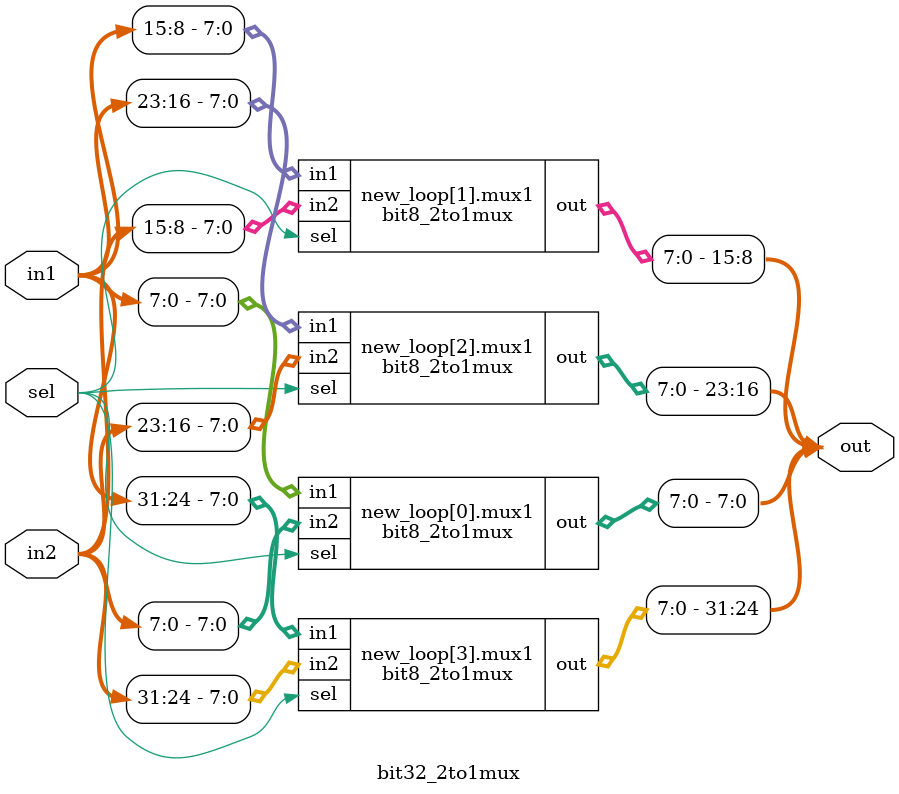
<source format=v>
module mux2to1(out,sel,in1,in2);
	input in1,in2,sel;
	output out;
	wire inv_sel,wo1,wo2;
	not n1(inv_sel,sel);
	and a1(wo1,sel,in2);
	and a2(wo2,inv_sel,in1);
	or o1(out,wo1,wo2);
endmodule
module bit8_2to1mux(out,sel,in1,in2);
	input [7:0] in1,in2;
	output [7:0] out;
	input sel;
	genvar j;
	generate for (j=0; j<8;j=j+1) begin: mux_loop
//mux_loop is the name of the loop
		mux2to1 m1(out[j],sel,in1[j],in2[j]);
//mux2to1 is instantiated every time it is called
	end
	endgenerate
endmodule
module bit32_2to1mux(out,sel,in1,in2);
	input [31:0] in1,in2;
	output [31:0] out;
	input sel;
	genvar j;
	generate for (j=0;j<4;j=j+1) begin:new_loop
	bit8_2to1mux mux1(out[8*(j+1)-1:8*j],sel,in1[8*(j+1)-1:8*j],in2[8*(j+1)-1:8*j]);
	end
	endgenerate
endmodule

	


</source>
